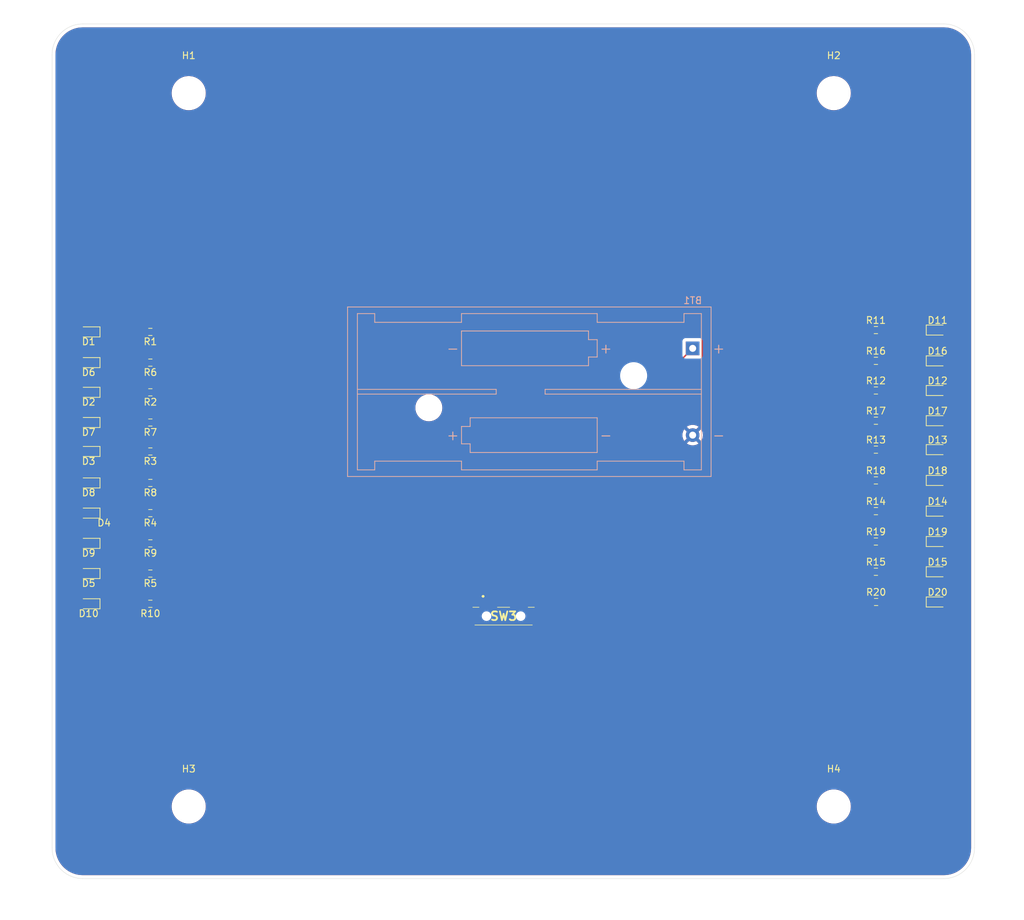
<source format=kicad_pcb>
(kicad_pcb (version 20240108) (generator "pcbnew") (generator_version "8.0")
  (layers (0 "F.Cu" signal) (31 "B.Cu" signal) (34 "B.Paste" user) (35 "F.Paste" user) (36 "B.SilkS" user "B.Silkscreen") (37 "F.SilkS" user "F.Silkscreen") (38 "B.Mask" user) (39 "F.Mask" user) (44 "Edge.Cuts" user))
  (net 0 "")
  (net 1 "GND")
  (net 2 "Net-(BT1-+)")
  (net 3 "Net-(D1-K)")
  (net 4 "/3V Red")
  (net 5 "Net-(D2-K)")
  (net 6 "Net-(D3-K)")
  (net 7 "Net-(D4-K)")
  (net 8 "Net-(D5-K)")
  (net 9 "/3V blue")
  (net 10 "Net-(D6-K)")
  (net 11 "Net-(D7-K)")
  (net 12 "Net-(D8-K)")
  (net 13 "Net-(D9-K)")
  (net 14 "Net-(D10-K)")
  (net 15 "Net-(D11-K)")
  (net 16 "Net-(D12-K)")
  (net 17 "Net-(D13-K)")
  (net 18 "Net-(D14-K)")
  (net 19 "Net-(D15-K)")
  (net 20 "Net-(D16-K)")
  (net 21 "Net-(D17-K)")
  (net 22 "Net-(D18-K)")
  (net 23 "Net-(D19-K)")
  (net 24 "Net-(D20-K)")
  (footprint "Resistor_SMD:R_0603_1608Metric_Pad0.98x0.95mm_HandSolder" (layer "F.Cu") (at 96.9325 97.345559 180)
    (property "Reference" "R8" (at 0 -1.43 0) (layer "F.SilkS"))
    (property "Value" "R_US")
    (fp_line (start -0.254724 0.5225) (end 0.254724 0.5225) (stroke (width 0.12)) (layer "F.SilkS"))
    (fp_line (start -0.254724 -0.5225) (end 0.254724 -0.5225) (stroke (width 0.12)) (layer "F.SilkS"))
    (pad "1" smd roundrect (at -0.9125 0 180) (size 0.975 0.95) (layers "F.Cu" "F.Paste" "F.Mask") (net 1 "GND"))
    (pad "2" smd roundrect (at 0.9125 0 180) (size 0.975 0.95) (layers "F.Cu" "F.Paste" "F.Mask") (net 12 "Net-(D8-K)"))
  )
  (footprint "robomaster_footprints:EG1315AA" (layer "F.Cu") (at 148.63 116.84)
    (property "Reference" "SW3" (at 0 0 0) (layer "F.SilkS") (effects (font (size 1.27 1.27) (thickness 0.254))))
    (property "Value" "SW_SP3T" (hide yes))
    (fp_line (start -4.5 -1.3) (end -3.6 -1.3) (stroke (width 0.1)) (layer "F.SilkS"))
    (fp_line (start -4.2 1.3) (end 4.2 1.3) (stroke (width 0.1)) (layer "F.SilkS"))
    (fp_line (start -3.1 -2.9) (end -3.1 -2.9) (stroke (width 0.2)) (layer "F.SilkS"))
    (fp_line (start -2.9 -2.9) (end -2.9 -2.9) (stroke (width 0.2)) (layer "F.SilkS"))
    (fp_line (start -0.9 -1.3) (end 0.9 -1.3) (stroke (width 0.1)) (layer "F.SilkS"))
    (fp_line (start 3.6 -1.3) (end 4.5 -1.3) (stroke (width 0.1)) (layer "F.SilkS"))
    (fp_arc (start -3.1 -2.9) (mid -3 -3) (end -2.9 -2.9) (stroke (width 0.2)) (layer "F.SilkS"))
    (fp_arc (start -2.9 -2.9) (mid -3 -2.8) (end -3.1 -2.9) (stroke (width 0.2)) (layer "F.SilkS"))
    (pad "" np_thru_hole circle (at -2.5 0) (size 0.9 0.9) (drill 0.9) (layers "*.Cu" "*.Mask"))
    (pad "" np_thru_hole circle (at 2.5 0) (size 0.9 0.9) (drill 0.9) (layers "*.Cu" "*.Mask"))
    (pad "1" smd rect (at -3 -1.75) (size 0.7 1.5) (layers "F.Cu" "F.Paste" "F.Mask") (net 9 "/3V blue"))
    (pad "2" smd rect (at -1.5 -1.75) (size 0.7 1.5) (layers "F.Cu" "F.Paste" "F.Mask"))
    (pad "3" smd rect (at 1.5 -1.75) (size 0.7 1.5) (layers "F.Cu" "F.Paste" "F.Mask") (net 2 "Net-(BT1-+)"))
    (pad "4" smd rect (at 3 -1.75) (size 0.7 1.5) (layers "F.Cu" "F.Paste" "F.Mask") (net 4 "/3V Red"))
    (pad "MP1" smd rect (at -5.15 -1.05 90) (size 0.8 1) (layers "F.Cu" "F.Paste" "F.Mask"))
    (pad "MP2" smd rect (at -5.15 0.79 90) (size 0.8 1) (layers "F.Cu" "F.Paste" "F.Mask"))
    (pad "MP3" smd rect (at 5.15 1.05 90) (size 0.8 1) (layers "F.Cu" "F.Paste" "F.Mask"))
    (pad "MP4" smd rect (at 5.15 -1.05 90) (size 0.8 1) (layers "F.Cu" "F.Paste" "F.Mask"))
  )
  (footprint "Resistor_SMD:R_0603_1608Metric_Pad0.98x0.95mm_HandSolder" (layer "F.Cu") (at 203.1175 96.976663)
    (property "Reference" "R18" (at 0 -1.43 0) (layer "F.SilkS"))
    (property "Value" "R_US")
    (fp_line (start -0.254724 -0.5225) (end 0.254724 -0.5225) (stroke (width 0.12)) (layer "F.SilkS"))
    (fp_line (start -0.254724 0.5225) (end 0.254724 0.5225) (stroke (width 0.12)) (layer "F.SilkS"))
    (pad "1" smd roundrect (at -0.9125 0) (size 0.975 0.95) (layers "F.Cu" "F.Paste" "F.Mask") (net 1 "GND"))
    (pad "2" smd roundrect (at 0.9125 0) (size 0.975 0.95) (layers "F.Cu" "F.Paste" "F.Mask") (net 22 "Net-(D18-K)"))
  )
  (footprint "LED_SMD:LED_0603_1608Metric_Pad1.05x0.95mm_HandSolder" (layer "F.Cu") (at 87.905 88.503337 180)
    (property "Reference" "D7" (at 0 -1.43 0) (layer "F.SilkS"))
    (property "Value" "LED")
    (fp_line (start 0.8 -0.735) (end -1.66 -0.735) (stroke (width 0.12)) (layer "F.SilkS"))
    (fp_line (start -1.66 0.735) (end 0.8 0.735) (stroke (width 0.12)) (layer "F.SilkS"))
    (fp_line (start -1.66 -0.735) (end -1.66 0.735) (stroke (width 0.12)) (layer "F.SilkS"))
    (pad "1" smd roundrect (at -0.875 0 180) (size 1.05 0.95) (layers "F.Cu" "F.Paste" "F.Mask") (net 11 "Net-(D7-K)"))
    (pad "2" smd roundrect (at 0.875 0 180) (size 1.05 0.95) (layers "F.Cu" "F.Paste" "F.Mask") (net 9 "/3V blue"))
  )
  (footprint "Resistor_SMD:R_0603_1608Metric_Pad0.98x0.95mm_HandSolder" (layer "F.Cu") (at 96.9325 92.74 180)
    (property "Reference" "R3" (at 0 -1.43 0) (layer "F.SilkS"))
    (property "Value" "R_US")
    (fp_line (start -0.254724 0.5225) (end 0.254724 0.5225) (stroke (width 0.12)) (layer "F.SilkS"))
    (fp_line (start -0.254724 -0.5225) (end 0.254724 -0.5225) (stroke (width 0.12)) (layer "F.SilkS"))
    (pad "1" smd roundrect (at -0.9125 0 180) (size 0.975 0.95) (layers "F.Cu" "F.Paste" "F.Mask") (net 1 "GND"))
    (pad "2" smd roundrect (at 0.9125 0 180) (size 0.975 0.95) (layers "F.Cu" "F.Paste" "F.Mask") (net 6 "Net-(D3-K)"))
  )
  (footprint "LED_SMD:LED_0603_1608Metric_Pad1.05x0.95mm_HandSolder" (layer "F.Cu") (at 212.145 79.476663)
    (property "Reference" "D16" (at 0 -1.43 0) (layer "F.SilkS"))
    (property "Value" "LED")
    (fp_line (start -1.66 -0.735) (end -1.66 0.735) (stroke (width 0.12)) (layer "F.SilkS"))
    (fp_line (start -1.66 0.735) (end 0.8 0.735) (stroke (width 0.12)) (layer "F.SilkS"))
    (fp_line (start 0.8 -0.735) (end -1.66 -0.735) (stroke (width 0.12)) (layer "F.SilkS"))
    (pad "1" smd roundrect (at -0.875 0) (size 1.05 0.95) (layers "F.Cu" "F.Paste" "F.Mask") (net 20 "Net-(D16-K)"))
    (pad "2" smd roundrect (at 0.875 0) (size 1.05 0.95) (layers "F.Cu" "F.Paste" "F.Mask") (net 9 "/3V blue"))
  )
  (footprint "Resistor_SMD:R_0603_1608Metric_Pad0.98x0.95mm_HandSolder" (layer "F.Cu") (at 203.1175 101.476663)
    (property "Reference" "R14" (at 0 -1.43 0) (layer "F.SilkS"))
    (property "Value" "R_US")
    (fp_line (start -0.254724 -0.5225) (end 0.254724 -0.5225) (stroke (width 0.12)) (layer "F.SilkS"))
    (fp_line (start -0.254724 0.5225) (end 0.254724 0.5225) (stroke (width 0.12)) (layer "F.SilkS"))
    (pad "1" smd roundrect (at -0.9125 0) (size 0.975 0.95) (layers "F.Cu" "F.Paste" "F.Mask") (net 1 "GND"))
    (pad "2" smd roundrect (at 0.9125 0) (size 0.975 0.95) (layers "F.Cu" "F.Paste" "F.Mask") (net 18 "Net-(D14-K)"))
  )
  (footprint "Resistor_SMD:R_0603_1608Metric_Pad0.98x0.95mm_HandSolder" (layer "F.Cu") (at 96.9325 88.503337 180)
    (property "Reference" "R7" (at 0 -1.43 0) (layer "F.SilkS"))
    (property "Value" "R_US")
    (fp_line (start -0.254724 0.5225) (end 0.254724 0.5225) (stroke (width 0.12)) (layer "F.SilkS"))
    (fp_line (start -0.254724 -0.5225) (end 0.254724 -0.5225) (stroke (width 0.12)) (layer "F.SilkS"))
    (pad "1" smd roundrect (at -0.9125 0 180) (size 0.975 0.95) (layers "F.Cu" "F.Paste" "F.Mask") (net 1 "GND"))
    (pad "2" smd roundrect (at 0.9125 0 180) (size 0.975 0.95) (layers "F.Cu" "F.Paste" "F.Mask") (net 11 "Net-(D7-K)"))
  )
  (footprint "Resistor_SMD:R_0603_1608Metric_Pad0.98x0.95mm_HandSolder" (layer "F.Cu") (at 96.9325 79.74 180)
    (property "Reference" "R6" (at 0 -1.43 0) (layer "F.SilkS"))
    (property "Value" "R_US")
    (fp_line (start -0.254724 0.5225) (end 0.254724 0.5225) (stroke (width 0.12)) (layer "F.SilkS"))
    (fp_line (start -0.254724 -0.5225) (end 0.254724 -0.5225) (stroke (width 0.12)) (layer "F.SilkS"))
    (pad "1" smd roundrect (at -0.9125 0 180) (size 0.975 0.95) (layers "F.Cu" "F.Paste" "F.Mask") (net 1 "GND"))
    (pad "2" smd roundrect (at 0.9125 0 180) (size 0.975 0.95) (layers "F.Cu" "F.Paste" "F.Mask") (net 10 "Net-(D6-K)"))
  )
  (footprint "LED_SMD:LED_0603_1608Metric_Pad1.05x0.95mm_HandSolder" (layer "F.Cu") (at 212.145 96.976663)
    (property "Reference" "D18" (at 0 -1.43 0) (layer "F.SilkS"))
    (property "Value" "LED")
    (fp_line (start -1.66 -0.735) (end -1.66 0.735) (stroke (width 0.12)) (layer "F.SilkS"))
    (fp_line (start -1.66 0.735) (end 0.8 0.735) (stroke (width 0.12)) (layer "F.SilkS"))
    (fp_line (start 0.8 -0.735) (end -1.66 -0.735) (stroke (width 0.12)) (layer "F.SilkS"))
    (pad "1" smd roundrect (at -0.875 0) (size 1.05 0.95) (layers "F.Cu" "F.Paste" "F.Mask") (net 22 "Net-(D18-K)"))
    (pad "2" smd roundrect (at 0.875 0) (size 1.05 0.95) (layers "F.Cu" "F.Paste" "F.Mask") (net 9 "/3V blue"))
  )
  (footprint "LED_SMD:LED_0603_1608Metric_Pad1.05x0.95mm_HandSolder" (layer "F.Cu") (at 87.905 115.030004 180)
    (property "Reference" "D10" (at 0 -1.43 0) (layer "F.SilkS"))
    (property "Value" "LED")
    (fp_line (start 0.8 -0.735) (end -1.66 -0.735) (stroke (width 0.12)) (layer "F.SilkS"))
    (fp_line (start -1.66 0.735) (end 0.8 0.735) (stroke (width 0.12)) (layer "F.SilkS"))
    (fp_line (start -1.66 -0.735) (end -1.66 0.735) (stroke (width 0.12)) (layer "F.SilkS"))
    (pad "1" smd roundrect (at -0.875 0 180) (size 1.05 0.95) (layers "F.Cu" "F.Paste" "F.Mask") (net 14 "Net-(D10-K)"))
    (pad "2" smd roundrect (at 0.875 0 180) (size 1.05 0.95) (layers "F.Cu" "F.Paste" "F.Mask") (net 9 "/3V blue"))
  )
  (footprint "LED_SMD:LED_0603_1608Metric_Pad1.05x0.95mm_HandSolder" (layer "F.Cu") (at 87.905 101.76667 180)
    (property "Reference" "D4" (at -2.265 -1.43 0) (layer "F.SilkS"))
    (property "Value" "LED")
    (fp_line (start 0.8 -0.735) (end -1.66 -0.735) (stroke (width 0.12)) (layer "F.SilkS"))
    (fp_line (start -1.66 0.735) (end 0.8 0.735) (stroke (width 0.12)) (layer "F.SilkS"))
    (fp_line (start -1.66 -0.735) (end -1.66 0.735) (stroke (width 0.12)) (layer "F.SilkS"))
    (pad "1" smd roundrect (at -0.875 0 180) (size 1.05 0.95) (layers "F.Cu" "F.Paste" "F.Mask") (net 7 "Net-(D4-K)"))
    (pad "2" smd roundrect (at 0.875 0 180) (size 1.05 0.95) (layers "F.Cu" "F.Paste" "F.Mask") (net 4 "/3V Red"))
  )
  (footprint "LED_SMD:LED_0603_1608Metric_Pad1.05x0.95mm_HandSolder" (layer "F.Cu") (at 87.905 106.187781 180)
    (property "Reference" "D9" (at 0 -1.43 0) (layer "F.SilkS"))
    (property "Value" "LED")
    (fp_line (start 0.8 -0.735) (end -1.66 -0.735) (stroke (width 0.12)) (layer "F.SilkS"))
    (fp_line (start -1.66 0.735) (end 0.8 0.735) (stroke (width 0.12)) (layer "F.SilkS"))
    (fp_line (start -1.66 -0.735) (end -1.66 0.735) (stroke (width 0.12)) (layer "F.SilkS"))
    (pad "1" smd roundrect (at -0.875 0 180) (size 1.05 0.95) (layers "F.Cu" "F.Paste" "F.Mask") (net 13 "Net-(D9-K)"))
    (pad "2" smd roundrect (at 0.875 0 180) (size 1.05 0.95) (layers "F.Cu" "F.Paste" "F.Mask") (net 9 "/3V blue"))
  )
  (footprint "LED_SMD:LED_0603_1608Metric_Pad1.05x0.95mm_HandSolder" (layer "F.Cu") (at 212.145 114.766667)
    (property "Reference" "D20" (at 0 -1.43 0) (layer "F.SilkS"))
    (property "Value" "LED")
    (fp_line (start -1.66 -0.735) (end -1.66 0.735) (stroke (width 0.12)) (layer "F.SilkS"))
    (fp_line (start -1.66 0.735) (end 0.8 0.735) (stroke (width 0.12)) (layer "F.SilkS"))
    (fp_line (start 0.8 -0.735) (end -1.66 -0.735) (stroke (width 0.12)) (layer "F.SilkS"))
    (pad "1" smd roundrect (at -0.875 0) (size 1.05 0.95) (layers "F.Cu" "F.Paste" "F.Mask") (net 24 "Net-(D20-K)"))
    (pad "2" smd roundrect (at 0.875 0) (size 1.05 0.95) (layers "F.Cu" "F.Paste" "F.Mask") (net 9 "/3V blue"))
  )
  (footprint "Resistor_SMD:R_0603_1608Metric_Pad0.98x0.95mm_HandSolder" (layer "F.Cu") (at 96.9325 75.240004 180)
    (property "Reference" "R1" (at 0 -1.43 0) (layer "F.SilkS"))
    (property "Value" "R_US")
    (fp_line (start -0.254724 0.5225) (end 0.254724 0.5225) (stroke (width 0.12)) (layer "F.SilkS"))
    (fp_line (start -0.254724 -0.5225) (end 0.254724 -0.5225) (stroke (width 0.12)) (layer "F.SilkS"))
    (pad "1" smd roundrect (at -0.9125 0 180) (size 0.975 0.95) (layers "F.Cu" "F.Paste" "F.Mask") (net 1 "GND"))
    (pad "2" smd roundrect (at 0.9125 0 180) (size 0.975 0.95) (layers "F.Cu" "F.Paste" "F.Mask") (net 3 "Net-(D1-K)"))
  )
  (footprint "Resistor_SMD:R_0603_1608Metric_Pad0.98x0.95mm_HandSolder" (layer "F.Cu") (at 96.9325 106.187781 180)
    (property "Reference" "R9" (at 0 -1.43 0) (layer "F.SilkS"))
    (property "Value" "R_US")
    (fp_line (start -0.254724 0.5225) (end 0.254724 0.5225) (stroke (width 0.12)) (layer "F.SilkS"))
    (fp_line (start -0.254724 -0.5225) (end 0.254724 -0.5225) (stroke (width 0.12)) (layer "F.SilkS"))
    (pad "1" smd roundrect (at -0.9125 0 180) (size 0.975 0.95) (layers "F.Cu" "F.Paste" "F.Mask") (net 1 "GND"))
    (pad "2" smd roundrect (at 0.9125 0 180) (size 0.975 0.95) (layers "F.Cu" "F.Paste" "F.Mask") (net 13 "Net-(D9-K)"))
  )
  (footprint "Resistor_SMD:R_0603_1608Metric_Pad0.98x0.95mm_HandSolder" (layer "F.Cu") (at 96.9325 101.76667 180)
    (property "Reference" "R4" (at 0 -1.43 0) (layer "F.SilkS"))
    (property "Value" "R_US")
    (fp_line (start -0.254724 0.5225) (end 0.254724 0.5225) (stroke (width 0.12)) (layer "F.SilkS"))
    (fp_line (start -0.254724 -0.5225) (end 0.254724 -0.5225) (stroke (width 0.12)) (layer "F.SilkS"))
    (pad "1" smd roundrect (at -0.9125 0 180) (size 0.975 0.95) (layers "F.Cu" "F.Paste" "F.Mask") (net 1 "GND"))
    (pad "2" smd roundrect (at 0.9125 0 180) (size 0.975 0.95) (layers "F.Cu" "F.Paste" "F.Mask") (net 7 "Net-(D4-K)"))
  )
  (footprint "LED_SMD:LED_0603_1608Metric_Pad1.05x0.95mm_HandSolder" (layer "F.Cu") (at 212.145 83.818889)
    (property "Reference" "D12" (at 0 -1.43 0) (layer "F.SilkS"))
    (property "Value" "LED")
    (fp_line (start -1.66 -0.735) (end -1.66 0.735) (stroke (width 0.12)) (layer "F.SilkS"))
    (fp_line (start -1.66 0.735) (end 0.8 0.735) (stroke (width 0.12)) (layer "F.SilkS"))
    (fp_line (start 0.8 -0.735) (end -1.66 -0.735) (stroke (width 0.12)) (layer "F.SilkS"))
    (pad "1" smd roundrect (at -0.875 0) (size 1.05 0.95) (layers "F.Cu" "F.Paste" "F.Mask") (net 16 "Net-(D12-K)"))
    (pad "2" smd roundrect (at 0.875 0) (size 1.05 0.95) (layers "F.Cu" "F.Paste" "F.Mask") (net 4 "/3V Red"))
  )
  (footprint "Resistor_SMD:R_0603_1608Metric_Pad0.98x0.95mm_HandSolder" (layer "F.Cu") (at 203.1175 88.24)
    (property "Reference" "R17" (at 0 -1.43 0) (layer "F.SilkS"))
    (property "Value" "R_US")
    (fp_line (start -0.254724 -0.5225) (end 0.254724 -0.5225) (stroke (width 0.12)) (layer "F.SilkS"))
    (fp_line (start -0.254724 0.5225) (end 0.254724 0.5225) (stroke (width 0.12)) (layer "F.SilkS"))
    (pad "1" smd roundrect (at -0.9125 0) (size 0.975 0.95) (layers "F.Cu" "F.Paste" "F.Mask") (net 1 "GND"))
    (pad "2" smd roundrect (at 0.9125 0) (size 0.975 0.95) (layers "F.Cu" "F.Paste" "F.Mask") (net 21 "Net-(D17-K)"))
  )
  (footprint "LED_SMD:LED_0603_1608Metric_Pad1.05x0.95mm_HandSolder" (layer "F.Cu") (at 212.145 101.476663)
    (property "Reference" "D14" (at 0 -1.43 0) (layer "F.SilkS"))
    (property "Value" "LED")
    (fp_line (start -1.66 -0.735) (end -1.66 0.735) (stroke (width 0.12)) (layer "F.SilkS"))
    (fp_line (start -1.66 0.735) (end 0.8 0.735) (stroke (width 0.12)) (layer "F.SilkS"))
    (fp_line (start 0.8 -0.735) (end -1.66 -0.735) (stroke (width 0.12)) (layer "F.SilkS"))
    (pad "1" smd roundrect (at -0.875 0) (size 1.05 0.95) (layers "F.Cu" "F.Paste" "F.Mask") (net 18 "Net-(D14-K)"))
    (pad "2" smd roundrect (at 0.875 0) (size 1.05 0.95) (layers "F.Cu" "F.Paste" "F.Mask") (net 4 "/3V Red"))
  )
  (footprint "LED_SMD:LED_0603_1608Metric_Pad1.05x0.95mm_HandSolder" (layer "F.Cu") (at 212.145 92.476663)
    (property "Reference" "D13" (at 0 -1.43 0) (layer "F.SilkS"))
    (property "Value" "LED")
    (fp_line (start -1.66 -0.735) (end -1.66 0.735) (stroke (width 0.12)) (layer "F.SilkS"))
    (fp_line (start -1.66 0.735) (end 0.8 0.735) (stroke (width 0.12)) (layer "F.SilkS"))
    (fp_line (start 0.8 -0.735) (end -1.66 -0.735) (stroke (width 0.12)) (layer "F.SilkS"))
    (pad "1" smd roundrect (at -0.875 0) (size 1.05 0.95) (layers "F.Cu" "F.Paste" "F.Mask") (net 17 "Net-(D13-K)"))
    (pad "2" smd roundrect (at 0.875 0) (size 1.05 0.95) (layers "F.Cu" "F.Paste" "F.Mask") (net 4 "/3V Red"))
  )
  (footprint "MountingHole:MountingHole_4.5mm" (layer "F.Cu") (at 102.55 144.7)
    (property "Reference" "H3" (at 0 -5.5 0) (layer "F.SilkS"))
    (property "Value" "MountingHole")
    (pad "" np_thru_hole circle (at 0 0) (size 4.5 4.5) (drill 4.5) (layers "*.Cu" "*.Mask"))
  )
  (footprint "Resistor_SMD:R_0603_1608Metric_Pad0.98x0.95mm_HandSolder" (layer "F.Cu") (at 203.145 114.766667)
    (property "Reference" "R20" (at 0 -1.43 0) (layer "F.SilkS"))
    (property "Value" "R_US")
    (fp_line (start -0.254724 -0.5225) (end 0.254724 -0.5225) (stroke (width 0.12)) (layer "F.SilkS"))
    (fp_line (start -0.254724 0.5225) (end 0.254724 0.5225) (stroke (width 0.12)) (layer "F.SilkS"))
    (pad "1" smd roundrect (at -0.9125 0) (size 0.975 0.95) (layers "F.Cu" "F.Paste" "F.Mask") (net 1 "GND"))
    (pad "2" smd roundrect (at 0.9125 0) (size 0.975 0.95) (layers "F.Cu" "F.Paste" "F.Mask") (net 24 "Net-(D20-K)"))
  )
  (footprint "LED_SMD:LED_0603_1608Metric_Pad1.05x0.95mm_HandSolder" (layer "F.Cu") (at 87.905 84.082226 180)
    (property "Reference" "D2" (at 0 -1.43 0) (layer "F.SilkS"))
    (property "Value" "LED")
    (fp_line (start 0.8 -0.735) (end -1.66 -0.735) (stroke (width 0.12)) (layer "F.SilkS"))
    (fp_line (start -1.66 0.735) (end 0.8 0.735) (stroke (width 0.12)) (layer "F.SilkS"))
    (fp_line (start -1.66 -0.735) (end -1.66 0.735) (stroke (width 0.12)) (layer "F.SilkS"))
    (pad "1" smd roundrect (at -0.875 0 180) (size 1.05 0.95) (layers "F.Cu" "F.Paste" "F.Mask") (net 5 "Net-(D2-K)"))
    (pad "2" smd roundrect (at 0.875 0 180) (size 1.05 0.95) (layers "F.Cu" "F.Paste" "F.Mask") (net 4 "/3V Red"))
  )
  (footprint "Resistor_SMD:R_0603_1608Metric_Pad0.98x0.95mm_HandSolder" (layer "F.Cu") (at 203.1175 79.476663)
    (property "Reference" "R16" (at 0 -1.43 0) (layer "F.SilkS"))
    (property "Value" "R_US")
    (fp_line (start -0.254724 -0.5225) (end 0.254724 -0.5225) (stroke (width 0.12)) (layer "F.SilkS"))
    (fp_line (start -0.254724 0.5225) (end 0.254724 0.5225) (stroke (width 0.12)) (layer "F.SilkS"))
    (pad "1" smd roundrect (at -0.9125 0) (size 0.975 0.95) (layers "F.Cu" "F.Paste" "F.Mask") (net 1 "GND"))
    (pad "2" smd roundrect (at 0.9125 0) (size 0.975 0.95) (layers "F.Cu" "F.Paste" "F.Mask") (net 20 "Net-(D16-K)"))
  )
  (footprint "LED_SMD:LED_0603_1608Metric_Pad1.05x0.95mm_HandSolder" (layer "F.Cu") (at 87.905 75.240004 180)
    (property "Reference" "D1" (at 0 -1.43 0) (layer "F.SilkS"))
    (property "Value" "LED")
    (fp_line (start 0.8 -0.735) (end -1.66 -0.735) (stroke (width 0.12)) (layer "F.SilkS"))
    (fp_line (start -1.66 0.735) (end 0.8 0.735) (stroke (width 0.12)) (layer "F.SilkS"))
    (fp_line (start -1.66 -0.735) (end -1.66 0.735) (stroke (width 0.12)) (layer "F.SilkS"))
    (pad "1" smd roundrect (at -0.875 0 180) (size 1.05 0.95) (layers "F.Cu" "F.Paste" "F.Mask") (net 3 "Net-(D1-K)"))
    (pad "2" smd roundrect (at 0.875 0 180) (size 1.05 0.95) (layers "F.Cu" "F.Paste" "F.Mask") (net 4 "/3V Red"))
  )
  (footprint "LED_SMD:LED_0603_1608Metric_Pad1.05x0.95mm_HandSolder" (layer "F.Cu") (at 212.145 88.24)
    (property "Reference" "D17" (at 0 -1.43 0) (layer "F.SilkS"))
    (property "Value" "LED")
    (fp_line (start -1.66 -0.735) (end -1.66 0.735) (stroke (width 0.12)) (layer "F.SilkS"))
    (fp_line (start -1.66 0.735) (end 0.8 0.735) (stroke (width 0.12)) (layer "F.SilkS"))
    (fp_line (start 0.8 -0.735) (end -1.66 -0.735) (stroke (width 0.12)) (layer "F.SilkS"))
    (pad "1" smd roundrect (at -0.875 0) (size 1.05 0.95) (layers "F.Cu" "F.Paste" "F.Mask") (net 21 "Net-(D17-K)"))
    (pad "2" smd roundrect (at 0.875 0) (size 1.05 0.95) (layers "F.Cu" "F.Paste" "F.Mask") (net 9 "/3V blue"))
  )
  (footprint "MountingHole:MountingHole_4.5mm" (layer "F.Cu") (at 102.55 40.3)
    (property "Reference" "H1" (at 0 -5.5 0) (layer "F.SilkS"))
    (property "Value" "MountingHole")
    (pad "" np_thru_hole circle (at 0 0) (size 4.5 4.5) (drill 4.5) (layers "*.Cu" "*.Mask"))
  )
  (footprint "LED_SMD:LED_0603_1608Metric_Pad1.05x0.95mm_HandSolder" (layer "F.Cu") (at 212.145 110.345555)
    (property "Reference" "D15" (at 0 -1.43 0) (layer "F.SilkS"))
    (property "Value" "LED")
    (fp_line (start -1.66 -0.735) (end -1.66 0.735) (stroke (width 0.12)) (layer "F.SilkS"))
    (fp_line (start -1.66 0.735) (end 0.8 0.735) (stroke (width 0.12)) (layer "F.SilkS"))
    (fp_line (start 0.8 -0.735) (end -1.66 -0.735) (stroke (width 0.12)) (layer "F.SilkS"))
    (pad "1" smd roundrect (at -0.875 0) (size 1.05 0.95) (layers "F.Cu" "F.Paste" "F.Mask") (net 19 "Net-(D15-K)"))
    (pad "2" smd roundrect (at 0.875 0) (size 1.05 0.95) (layers "F.Cu" "F.Paste" "F.Mask") (net 4 "/3V Red"))
  )
  (footprint "Resistor_SMD:R_0603_1608Metric_Pad0.98x0.95mm_HandSolder" (layer "F.Cu") (at 203.1175 83.818889)
    (property "Reference" "R12" (at 0 -1.43 0) (layer "F.SilkS"))
    (property "Value" "R_US")
    (fp_line (start -0.254724 -0.5225) (end 0.254724 -0.5225) (stroke (width 0.12)) (layer "F.SilkS"))
    (fp_line (start -0.254724 0.5225) (end 0.254724 0.5225) (stroke (width 0.12)) (layer "F.SilkS"))
    (pad "1" smd roundrect (at -0.9125 0) (size 0.975 0.95) (layers "F.Cu" "F.Paste" "F.Mask") (net 1 "GND"))
    (pad "2" smd roundrect (at 0.9125 0) (size 0.975 0.95) (layers "F.Cu" "F.Paste" "F.Mask") (net 16 "Net-(D12-K)"))
  )
  (footprint "LED_SMD:LED_0603_1608Metric_Pad1.05x0.95mm_HandSolder" (layer "F.Cu") (at 212.145 105.924444)
    (property "Reference" "D19" (at 0 -1.43 0) (layer "F.SilkS"))
    (property "Value" "LED")
    (fp_line (start -1.66 -0.735) (end -1.66 0.735) (stroke (width 0.12)) (layer "F.SilkS"))
    (fp_line (start -1.66 0.735) (end 0.8 0.735) (stroke (width 0.12)) (layer "F.SilkS"))
    (fp_line (start 0.8 -0.735) (end -1.66 -0.735) (stroke (width 0.12)) (layer "F.SilkS"))
    (pad "1" smd roundrect (at -0.875 0) (size 1.05 0.95) (layers "F.Cu" "F.Paste" "F.Mask") (net 23 "Net-(D19-K)"))
    (pad "2" smd roundrect (at 0.875 0) (size 1.05 0.95) (layers "F.Cu" "F.Paste" "F.Mask") (net 9 "/3V blue"))
  )
  (footprint "LED_SMD:LED_0603_1608Metric_Pad1.05x0.95mm_HandSolder" (layer "F.Cu") (at 212.145 74.976663)
    (property "Reference" "D11" (at 0 -1.43 0) (layer "F.SilkS"))
    (property "Value" "LED")
    (fp_line (start -1.66 -0.735) (end -1.66 0.735) (stroke (width 0.12)) (layer "F.SilkS"))
    (fp_line (start -1.66 0.735) (end 0.8 0.735) (stroke (width 0.12)) (layer "F.SilkS"))
    (fp_line (start 0.8 -0.735) (end -1.66 -0.735) (stroke (width 0.12)) (layer "F.SilkS"))
    (pad "1" smd roundrect (at -0.875 0) (size 1.05 0.95) (layers "F.Cu" "F.Paste" "F.Mask") (net 15 "Net-(D11-K)"))
    (pad "2" smd roundrect (at 0.875 0) (size 1.05 0.95) (layers "F.Cu" "F.Paste" "F.Mask") (net 4 "/3V Red"))
  )
  (footprint "LED_SMD:LED_0603_1608Metric_Pad1.05x0.95mm_HandSolder" (layer "F.Cu") (at 87.905 79.74 180)
    (property "Reference" "D6" (at 0 -1.43 0) (layer "F.SilkS"))
    (property "Value" "LED")
    (fp_line (start 0.8 -0.735) (end -1.66 -0.735) (stroke (width 0.12)) (layer "F.SilkS"))
    (fp_line (start -1.66 0.735) (end 0.8 0.735) (stroke (width 0.12)) (layer "F.SilkS"))
    (fp_line (start -1.66 -0.735) (end -1.66 0.735) (stroke (width 0.12)) (layer "F.SilkS"))
    (pad "1" smd roundrect (at -0.875 0 180) (size 1.05 0.95) (layers "F.Cu" "F.Paste" "F.Mask") (net 10 "Net-(D6-K)"))
    (pad "2" smd roundrect (at 0.875 0 180) (size 1.05 0.95) (layers "F.Cu" "F.Paste" "F.Mask") (net 9 "/3V blue"))
  )
  (footprint "MountingHole:MountingHole_4.5mm" (layer "F.Cu") (at 196.95 40.3)
    (property "Reference" "H2" (at 0 -5.5 0) (layer "F.SilkS"))
    (property "Value" "MountingHole")
    (pad "" np_thru_hole circle (at 0 0) (size 4.5 4.5) (drill 4.5) (layers "*.Cu" "*.Mask"))
  )
  (footprint "Resistor_SMD:R_0603_1608Metric_Pad0.98x0.95mm_HandSolder" (layer "F.Cu") (at 203.1175 105.924444)
    (property "Reference" "R19" (at 0 -1.43 0) (layer "F.SilkS"))
    (property "Value" "R_US")
    (fp_line (start -0.254724 -0.5225) (end 0.254724 -0.5225) (stroke (width 0.12)) (layer "F.SilkS"))
    (fp_line (start -0.254724 0.5225) (end 0.254724 0.5225) (stroke (width 0.12)) (layer "F.SilkS"))
    (pad "1" smd roundrect (at -0.9125 0) (size 0.975 0.95) (layers "F.Cu" "F.Paste" "F.Mask") (net 1 "GND"))
    (pad "2" smd roundrect (at 0.9125 0) (size 0.975 0.95) (layers "F.Cu" "F.Paste" "F.Mask") (net 23 "Net-(D19-K)"))
  )
  (footprint "Resistor_SMD:R_0603_1608Metric_Pad0.98x0.95mm_HandSolder" (layer "F.Cu") (at 96.9325 115.030004 180)
    (property "Reference" "R10" (at 0 -1.43 0) (layer "F.SilkS"))
    (property "Value" "R_US")
    (fp_line (start -0.254724 0.5225) (end 0.254724 0.5225) (stroke (width 0.12)) (layer "F.SilkS"))
    (fp_line (start -0.254724 -0.5225) (end 0.254724 -0.5225) (stroke (width 0.12)) (layer "F.SilkS"))
    (pad "1" smd roundrect (at -0.9125 0 180) (size 0.975 0.95) (layers "F.Cu" "F.Paste" "F.Mask") (net 1 "GND"))
    (pad "2" smd roundrect (at 0.9125 0 180) (size 0.975 0.95) (layers "F.Cu" "F.Paste" "F.Mask") (net 14 "Net-(D10-K)"))
  )
  (footprint "Resistor_SMD:R_0603_1608Metric_Pad0.98x0.95mm_HandSolder" (layer "F.Cu") (at 203.1175 74.976663)
    (property "Reference" "R11" (at 0 -1.43 0) (layer "F.SilkS"))
    (property "Value" "R_US")
    (fp_line (start -0.254724 -0.5225) (end 0.254724 -0.5225) (stroke (width 0.12)) (layer "F.SilkS"))
    (fp_line (start -0.254724 0.5225) (end 0.254724 0.5225) (stroke (width 0.12)) (layer "F.SilkS"))
    (pad "1" smd roundrect (at -0.9125 0) (size 0.975 0.95) (layers "F.Cu" "F.Paste" "F.Mask") (net 1 "GND"))
    (pad "2" smd roundrect (at 0.9125 0) (size 0.975 0.95) (layers "F.Cu" "F.Paste" "F.Mask") (net 15 "Net-(D11-K)"))
  )
  (footprint "Resistor_SMD:R_0603_1608Metric_Pad0.98x0.95mm_HandSolder" (layer "F.Cu") (at 203.1175 92.476663)
    (property "Reference" "R13" (at 0 -1.43 0) (layer "F.SilkS"))
    (property "Value" "R_US")
    (fp_line (start -0.254724 -0.5225) (end 0.254724 -0.5225) (stroke (width 0.12)) (layer "F.SilkS"))
    (fp_line (start -0.254724 0.5225) (end 0.254724 0.5225) (stroke (width 0.12)) (layer "F.SilkS"))
    (pad "1" smd roundrect (at -0.9125 0) (size 0.975 0.95) (layers "F.Cu" "F.Paste" "F.Mask") (net 1 "GND"))
    (pad "2" smd roundrect (at 0.9125 0) (size 0.975 0.95) (layers "F.Cu" "F.Paste" "F.Mask") (net 17 "Net-(D13-K)"))
  )
  (footprint "LED_SMD:LED_0603_1608Metric_Pad1.05x0.95mm_HandSolder" (layer "F.Cu") (at 87.905 92.74 180)
    (property "Reference" "D3" (at 0 -1.43 0) (layer "F.SilkS"))
    (property "Value" "LED")
    (fp_line (start 0.8 -0.735) (end -1.66 -0.735) (stroke (width 0.12)) (layer "F.SilkS"))
    (fp_line (start -1.66 0.735) (end 0.8 0.735) (stroke (width 0.12)) (layer "F.SilkS"))
    (fp_line (start -1.66 -0.735) (end -1.66 0.735) (stroke (width 0.12)) (layer "F.SilkS"))
    (pad "1" smd roundrect (at -0.875 0 180) (size 1.05 0.95) (layers "F.Cu" "F.Paste" "F.Mask") (net 6 "Net-(D3-K)"))
    (pad "2" smd roundrect (at 0.875 0 180) (size 1.05 0.95) (layers "F.Cu" "F.Paste" "F.Mask") (net 4 "/3V Red"))
  )
  (footprint "LED_SMD:LED_0603_1608Metric_Pad1.05x0.95mm_HandSolder" (layer "F.Cu") (at 87.905 97.345559 180)
    (property "Reference" "D8" (at 0 -1.43 0) (layer "F.SilkS"))
    (property "Value" "LED")
    (fp_line (start 0.8 -0.735) (end -1.66 -0.735) (stroke (width 0.12)) (layer "F.SilkS"))
    (fp_line (start -1.66 0.735) (end 0.8 0.735) (stroke (width 0.12)) (layer "F.SilkS"))
    (fp_line (start -1.66 -0.735) (end -1.66 0.735) (stroke (width 0.12)) (layer "F.SilkS"))
    (pad "1" smd roundrect (at -0.875 0 180) (size 1.05 0.95) (layers "F.Cu" "F.Paste" "F.Mask") (net 12 "Net-(D8-K)"))
    (pad "2" smd roundrect (at 0.875 0 180) (size 1.05 0.95) (layers "F.Cu" "F.Paste" "F.Mask") (net 9 "/3V blue"))
  )
  (footprint "Resistor_SMD:R_0603_1608Metric_Pad0.98x0.95mm_HandSolder" (layer "F.Cu") (at 96.9325 84.082226 180)
    (property "Reference" "R2" (at 0 -1.43 0) (layer "F.SilkS"))
    (property "Value" "R_US")
    (fp_line (start -0.254724 0.5225) (end 0.254724 0.5225) (stroke (width 0.12)) (layer "F.SilkS"))
    (fp_line (start -0.254724 -0.5225) (end 0.254724 -0.5225) (stroke (width 0.12)) (layer "F.SilkS"))
    (pad "1" smd roundrect (at -0.9125 0 180) (size 0.975 0.95) (layers "F.Cu" "F.Paste" "F.Mask") (net 1 "GND"))
    (pad "2" smd roundrect (at 0.9125 0 180) (size 0.975 0.95) (layers "F.Cu" "F.Paste" "F.Mask") (net 5 "Net-(D2-K)"))
  )
  (footprint "LED_SMD:LED_0603_1608Metric_Pad1.05x0.95mm_HandSolder" (layer "F.Cu") (at 87.905 110.608892 180)
    (property "Reference" "D5" (at 0 -1.43 0) (layer "F.SilkS"))
    (property "Value" "LED")
    (fp_line (start 0.8 -0.735) (end -1.66 -0.735) (stroke (width 0.12)) (layer "F.SilkS"))
    (fp_line (start -1.66 0.735) (end 0.8 0.735) (stroke (width 0.12)) (layer "F.SilkS"))
    (fp_line (start -1.66 -0.735) (end -1.66 0.735) (stroke (width 0.12)) (layer "F.SilkS"))
    (pad "1" smd roundrect (at -0.875 0 180) (size 1.05 0.95) (layers "F.Cu" "F.Paste" "F.Mask") (net 8 "Net-(D5-K)"))
    (pad "2" smd roundrect (at 0.875 0 180) (size 1.05 0.95) (layers "F.Cu" "F.Paste" "F.Mask") (net 4 "/3V Red"))
  )
  (footprint "MountingHole:MountingHole_4.5mm" (layer "F.Cu") (at 196.95 144.7)
    (property "Reference" "H4" (at 0 -5.5 0) (layer "F.SilkS"))
    (property "Value" "MountingHole")
    (pad "" np_thru_hole circle (at 0 0) (size 4.5 4.5) (drill 4.5) (layers "*.Cu" "*.Mask"))
  )
  (footprint "Resistor_SMD:R_0603_1608Metric_Pad0.98x0.95mm_HandSolder" (layer "F.Cu") (at 96.9325 110.608892 180)
    (property "Reference" "R5" (at 0 -1.43 0) (layer "F.SilkS"))
    (property "Value" "R_US")
    (fp_line (start -0.254724 0.5225) (end 0.254724 0.5225) (stroke (width 0.12)) (layer "F.SilkS"))
    (fp_line (start -0.254724 -0.5225) (end 0.254724 -0.5225) (stroke (width 0.12)) (layer "F.SilkS"))
    (pad "1" smd roundrect (at -0.9125 0 180) (size 0.975 0.95) (layers "F.Cu" "F.Paste" "F.Mask") (net 1 "GND"))
    (pad "2" smd roundrect (at 0.9125 0 180) (size 0.975 0.95) (layers "F.Cu" "F.Paste" "F.Mask") (net 8 "Net-(D5-K)"))
  )
  (footprint "Resistor_SMD:R_0603_1608Metric_Pad0.98x0.95mm_HandSolder" (layer "F.Cu") (at 203.1175 110.345555)
    (property "Reference" "R15" (at 0 -1.43 0) (layer "F.SilkS"))
    (property "Value" "R_US")
    (fp_line (start -0.254724 -0.5225) (end 0.254724 -0.5225) (stroke (width 0.12)) (layer "F.SilkS"))
    (fp_line (start -0.254724 0.5225) (end 0.254724 0.5225) (stroke (width 0.12)) (layer "F.SilkS"))
    (pad "1" smd roundrect (at -0.9125 0) (size 0.975 0.95) (layers "F.Cu" "F.Paste" "F.Mask") (net 1 "GND"))
    (pad "2" smd roundrect (at 0.9125 0) (size 0.975 0.95) (layers "F.Cu" "F.Paste" "F.Mask") (net 19 "Net-(D15-K)"))
  )
  (footprint "Battery:BatteryHolder_Keystone_2468_2xAAA" (layer "B.Cu") (at 176.3 77.65 180)
    (property "Reference" "BT1" (at 0 7 0) (layer "B.SilkS") (effects (justify mirror)))
    (property "Value" "Battery_Cell")
    (fp_line (start 50.5 6.05) (end 50.5 -18.75) (stroke (width 0.12)) (layer "B.SilkS"))
    (fp_line (start 50.5 -18.755) (end -2.7 -18.755) (stroke (width 0.12)) (layer "B.SilkS"))
    (fp_line (start 49.07 -6.7) (end 28.75 -6.7) (stroke (width 0.12)) (layer "B.SilkS"))
    (fp_line (start 49.07 -17.78) (end 49.07 5.08) (stroke (width 0.12)) (layer "B.SilkS"))
    (fp_line (start 46.53 5.08) (end 49.07 5.08) (stroke (width 0.12)) (layer "B.SilkS"))
    (fp_line (start 46.53 3.81) (end 46.53 5.08) (stroke (width 0.12)) (layer "B.SilkS"))
    (fp_line (start 46.53 -16.51) (end 46.53 -17.78) (stroke (width 0.12)) (layer "B.SilkS"))
    (fp_line (start 46.53 -17.78) (end 49.07 -17.78) (stroke (width 0.12)) (layer "B.SilkS"))
    (fp_line (start 33.83 5.08) (end 33.83 3.81) (stroke (width 0.12)) (layer "B.SilkS"))
    (fp_line (start 33.83 3.81) (end 46.53 3.81) (stroke (width 0.12)) (layer "B.SilkS"))
    (fp_line (start 33.83 2.54) (end 15.24 2.54) (stroke (width 0.12)) (layer "B.SilkS"))
    (fp_line (start 33.83 -2.54) (end 33.83 2.54) (stroke (width 0.12)) (layer "B.SilkS"))
    (fp_line (start 33.83 -11.43) (end 32.56 -11.43) (stroke (width 0.12)) (layer "B.SilkS"))
    (fp_line (start 33.83 -13.97) (end 33.83 -11.43) (stroke (width 0.12)) (layer "B.SilkS"))
    (fp_line (start 33.83 -16.51) (end 46.53 -16.51) (stroke (width 0.12)) (layer "B.SilkS"))
    (fp_line (start 33.83 -16.51) (end 33.83 -17.78) (stroke (width 0.12)) (layer "B.SilkS"))
    (fp_line (start 33.83 -17.78) (end 13.97 -17.78) (stroke (width 0.12)) (layer "B.SilkS"))
    (fp_line (start 32.56 -10.16) (end 13.97 -10.16) (stroke (width 0.12)) (layer "B.SilkS"))
    (fp_line (start 32.56 -11.43) (end 32.56 -10.16) (stroke (width 0.12)) (layer "B.SilkS"))
    (fp_line (start 32.56 -13.97) (end 33.83 -13.97) (stroke (width 0.12)) (layer "B.SilkS"))
    (fp_line (start 32.56 -15.24) (end 32.56 -13.97) (stroke (width 0.12)) (layer "B.SilkS"))
    (fp_line (start 28.75 -6) (end 49.07 -6) (stroke (width 0.12)) (layer "B.SilkS"))
    (fp_line (start 28.75 -6.7) (end 28.75 -6) (stroke (width 0.12)) (layer "B.SilkS"))
    (fp_line (start 21.59 -6) (end -1.27 -6) (stroke (width 0.12)) (layer "B.SilkS"))
    (fp_line (start 21.59 -6.7) (end 21.59 -6) (stroke (width 0.12)) (layer "B.SilkS"))
    (fp_line (start 15.24 2.54) (end 15.24 1.27) (stroke (width 0.12)) (layer "B.SilkS"))
    (fp_line (start 15.24 1.27) (end 13.97 1.27) (stroke (width 0.12)) (layer "B.SilkS"))
    (fp_line (start 15.24 -1.27) (end 15.24 -2.54) (stroke (width 0.12)) (layer "B.SilkS"))
    (fp_line (start 15.24 -2.54) (end 33.83 -2.54) (stroke (width 0.12)) (layer "B.SilkS"))
    (fp_line (start 13.97 5.08) (end 33.83 5.08) (stroke (width 0.12)) (layer "B.SilkS"))
    (fp_line (start 13.97 3.81) (end 13.97 5.08) (stroke (width 0.12)) (layer "B.SilkS"))
    (fp_line (start 13.97 3.81) (end 1.27 3.81) (stroke (width 0.12)) (layer "B.SilkS"))
    (fp_line (start 13.97 1.27) (end 13.97 -1.27) (stroke (width 0.12)) (layer "B.SilkS"))
    (fp_line (start 13.97 -1.27) (end 15.24 -1.27) (stroke (width 0.12)) (layer "B.SilkS"))
    (fp_line (start 13.97 -10.16) (end 13.97 -15.24) (stroke (width 0.12)) (layer "B.SilkS"))
    (fp_line (start 13.97 -15.24) (end 32.56 -15.24) (stroke (width 0.12)) (layer "B.SilkS"))
    (fp_line (start 13.97 -16.51) (end 1.27 -16.51) (stroke (width 0.12)) (layer "B.SilkS"))
    (fp_line (start 13.97 -17.78) (end 13.97 -16.51) (stroke (width 0.12)) (layer "B.SilkS"))
    (fp_line (start 1.27 5.08) (end 1.27 3.81) (stroke (width 0.12)) (layer "B.SilkS"))
    (fp_line (start 1.27 -16.51) (end 1.27 -17.78) (stroke (width 0.12)) (layer "B.SilkS"))
    (fp_line (start 1.27 -17.78) (end -1.27 -17.78) (stroke (width 0.12)) (layer "B.SilkS"))
    (fp_line (start -1.27 5.08) (end 1.27 5.08) (stroke (width 0.12)) (layer "B.SilkS"))
    (fp_line (start -1.27 -6.7) (end 21.59 -6.7) (stroke (width 0.12)) (layer "B.SilkS"))
    (fp_line (start -1.27 -17.78) (end -1.27 5.08) (stroke (width 0.12)) (layer "B.SilkS"))
    (fp_line (start -2.7 6.055) (end 50.5 6.055) (stroke (width 0.12)) (layer "B.SilkS"))
    (fp_line (start -2.7 -18.75) (end -2.7 6.05) (stroke (width 0.12)) (layer "B.SilkS"))
    (fp_text user "+" (at 12.7 0 0) (layer "B.SilkS") (effects (font (size 1.5 1.5)) (justify mirror)))
    (fp_text user "-" (at 12.7 -12.7 0) (layer "B.SilkS") (effects (font (size 1.5 1.5)) (justify mirror)))
    (fp_text user "+" (at 35.1 -12.7 0) (layer "B.SilkS") (effects (font (size 1.5 1.5)) (justify mirror)))
    (fp_text user "-" (at -3.81 -12.7 0) (layer "B.SilkS") (effects (font (size 1.5 1.5)) (justify mirror)))
    (fp_text user "-" (at 35.1 0 0) (layer "B.SilkS") (effects (font (size 1.5 1.5)) (justify mirror)))
    (fp_text user "+" (at -3.81 0 0) (layer "B.SilkS") (effects (font (size 1.5 1.5)) (justify mirror)))
    (pad "" np_thru_hole circle (at 8.64 -4 180) (size 3.45 3.45) (drill 3.45) (layers "*.Cu"))
    (pad "" np_thru_hole circle (at 38.61 -8.7 180) (size 3.45 3.45) (drill 3.45) (layers "*.Cu" "*.Mask"))
    (pad "1" thru_hole rect (at 0 0 180) (size 2 2) (drill 1.02) (layers "*.Cu" "*.Mask") (net 2 "Net-(BT1-+)"))
    (pad "2" thru_hole circle (at 0 -12.7 180) (size 2 2) (drill 1.02) (layers "*.Cu" "*.Mask") (net 1 "GND"))
  )
  (gr_arc (start 217.55 150.745) (mid 216.231981 153.926981) (end 213.05 155.245) (stroke (width 0.05)) (layer "Edge.Cuts"))
  (gr_arc (start 213.05 30.175) (mid 216.231981 31.493019) (end 217.55 34.675) (stroke (width 0.05)) (layer "Edge.Cuts"))
  (gr_line (start 217.55 34.675) (end 217.55 150.745) (stroke (width 0.05)) (layer "Edge.Cuts"))
  (gr_line (start 82.55 150.745) (end 82.55 34.675) (stroke (width 0.05)) (layer "Edge.Cuts"))
  (gr_arc (start 82.55 34.675) (mid 83.868019 31.493019) (end 87.05 30.175) (stroke (width 0.05)) (layer "Edge.Cuts"))
  (gr_line (start 213.05 155.245) (end 87.05 155.245) (stroke (width 0.05)) (layer "Edge.Cuts"))
  (gr_line (start 87.05 30.175) (end 213.05 30.175) (stroke (width 0.05)) (layer "Edge.Cuts"))
  (gr_arc (start 87.05 155.245) (mid 83.868019 153.926981) (end 82.55 150.745) (stroke (width 0.05)) (layer "Edge.Cuts"))
  (segment (start 176.3 77.65) (end 150.13 103.82) (width 0.2) (layer "F.Cu") (net 2))
  (segment (start 150.13 103.82) (end 150.13 115.09) (width 0.2) (layer "F.Cu") (net 2))
  (segment (start 88.78 75.240004) (end 96.02 75.240004) (width 0.3) (layer "F.Cu") (net 3))
  (segment (start 148.15 121.92) (end 151.98 118.09) (width 0.3) (layer "F.Cu") (net 4))
  (segment (start 213.02 83.818889) (end 213.098889 83.818889) (width 0.3) (layer "F.Cu") (net 4))
  (segment (start 151.98 115.44) (end 151.63 115.09) (width 0.3) (layer "F.Cu") (net 4))
  (segment (start 214.02 91.476663) (end 213.02 92.476663) (width 0.3) (layer "F.Cu") (net 4))
  (segment (start 87.03 101.76667) (end 85.52 103.27667) (width 0.3) (layer "F.Cu") (net 4))
  (segment (start 214.63 111.955555) (end 214.63 121.92) (width 0.3) (layer "F.Cu") (net 4))
  (segment (start 85.52 85.592226) (end 85.52 91.23) (width 0.3) (layer "F.Cu") (net 4))
  (segment (start 213.895 102.351663) (end 213.895 109.470555) (width 0.3) (layer "F.Cu") (net 4))
  (segment (start 213.02 110.345555) (end 214.63 111.955555) (width 0.3) (layer "F.Cu") (net 4))
  (segment (start 87.03 84.082226) (end 85.52 85.592226) (width 0.3) (layer "F.Cu") (net 4))
  (segment (start 85.52 109.098892) (end 87.03 110.608892) (width 0.3) (layer "F.Cu") (net 4))
  (segment (start 85.52 76.750004) (end 85.52 82.572226) (width 0.3) (layer "F.Cu") (net 4))
  (segment (start 87.03 75.240004) (end 85.52 76.750004) (width 0.3) (layer "F.Cu") (net 4))
  (segment (start 214.63 121.92) (end 213.36 123.19) (width 0.3) (layer "F.Cu") (net 4))
  (segment (start 213.895 93.351663) (end 213.895 100.601663) (width 0.3) (layer "F.Cu") (net 4))
  (segment (start 87.03 92.74) (end 87.03 93.23) (width 0.3) (layer "F.Cu") (net 4))
  (segment (start 214.02 84.74) (end 214.02 91.476663) (width 0.3) (layer "F.Cu") (net 4))
  (segment (start 213.02 74.976663) (end 213.895 75.851663) (width 0.3) (layer "F.Cu") (net 4))
  (segment (start 85.52 94.74) (end 85.52 100.25667) (width 0.3) (layer "F.Cu") (net 4))
  (segment (start 213.098889 83.818889) (end 214.02 84.74) (width 0.3) (layer "F.Cu") (net 4))
  (segment (start 85.52 91.23) (end 87.03 92.74) (width 0.3) (layer "F.Cu") (net 4))
  (segment (start 87.03 110.608892) (end 86.155 111.483892) (width 0.3) (layer "F.Cu") (net 4))
  (segment (start 85.52 103.27667) (end 85.52 109.098892) (width 0.3) (layer "F.Cu") (net 4))
  (segment (start 85.52 82.572226) (end 87.03 84.082226) (width 0.3) (layer "F.Cu") (net 4))
  (segment (start 86.155 111.483892) (end 86.155 116.635) (width 0.3) (layer "F.Cu") (net 4))
  (segment (start 157.08 123.19) (end 151.98 118.09) (width 0.3) (layer "F.Cu") (net 4))
  (segment (start 151.98 115.57) (end 151.98 115.44) (width 0.3) (layer "F.Cu") (net 4))
  (segment (start 213.895 82.943889) (end 213.02 83.818889) (width 0.3) (layer "F.Cu") (net 4))
  (segment (start 213.895 100.601663) (end 213.02 101.476663) (width 0.3) (layer "F.Cu") (net 4))
  (segment (start 213.895 75.851663) (end 213.895 82.943889) (width 0.3) (layer "F.Cu") (net 4))
  (segment (start 151.98 118.09) (end 151.98 115.57) (width 0.3) (layer "F.Cu") (net 4))
  (segment (start 213.02 92.476663) (end 213.895 93.351663) (width 0.3) (layer "F.Cu") (net 4))
  (segment (start 213.36 123.19) (end 157.08 123.19) (width 0.3) (layer "F.Cu") (net 4))
  (segment (start 213.895 109.470555) (end 213.02 110.345555) (width 0.3) (layer "F.Cu") (net 4))
  (segment (start 86.155 116.635) (end 91.44 121.92) (width 0.3) (layer "F.Cu") (net 4))
  (segment (start 85.52 100.25667) (end 87.03 101.76667) (width 0.3) (layer "F.Cu") (net 4))
  (segment (start 91.44 121.92) (end 148.15 121.92) (width 0.3) (layer "F.Cu") (net 4))
  (segment (start 87.03 93.23) (end 85.52 94.74) (width 0.3) (layer "F.Cu") (net 4))
  (segment (start 213.02 101.476663) (end 213.895 102.351663) (width 0.3) (layer "F.Cu") (net 4))
  (segment (start 88.78 84.082226) (end 96.02 84.082226) (width 0.3) (layer "F.Cu") (net 5))
  (segment (start 88.78 92.74) (end 96.02 92.74) (width 0.3) (layer "F.Cu") (net 6))
  (segment (start 88.78 101.76667) (end 96.02 101.76667) (width 0.3) (layer "F.Cu") (net 7))
  (segment (start 88.78 110.608892) (end 96.02 110.608892) (width 0.3) (layer "F.Cu") (net 8))
  (segment (start 212.145 89.115) (end 212.145 96.101663) (width 0.3) (layer "F.Cu") (net 9))
  (segment (start 177.8 82.55) (end 177.8 74.93) (width 0.3) (layer "F.Cu") (net 9))
  (segment (start 87.905 80.615) (end 87.905 87.628337) (width 0.3) (layer "F.Cu") (net 9))
  (segment (start 87.03 97.345559) (end 87.905 98.220559) (width 0.3) (layer "F.Cu") (net 9))
  (segment (start 87.905 87.628337) (end 87.03 88.503337) (width 0.3) (layer "F.Cu") (net 9))
  (segment (start 212.145 105.049444) (end 213.02 105.924444) (width 0.3) (layer "F.Cu") (net 9))
  (segment (start 213.02 96.976663) (end 212.145 97.851663) (width 0.3) (layer "F.Cu") (net 9))
  (segment (start 212.145 115.254099) (end 207.659099 119.74) (width 0.3) (layer "F.Cu") (net 9))
  (segment (start 87.905 105.312781) (end 87.03 106.187781) (width 0.3) (layer "F.Cu") (net 9))
  (segment (start 87.03 79.74) (end 87.905 80.615) (width 0.3) (layer "F.Cu") (net 9))
  (segment (start 212.145 80.351663) (end 212.145 87.365) (width 0.3) (layer "F.Cu") (net 9))
  (segment (start 171.45 90.17) (end 177.8 83.82) (width 0.3) (layer "F.Cu") (net 9))
  (segment (start 88.539996 116.54) (end 144.18 116.54) (width 0.3) (layer "F.Cu") (net 9))
  (segment (start 176.53 73.66) (end 160.582893 73.66) (width 0.3) (layer "F.Cu") (net 9))
  (segment (start 87.03 88.503337) (end 87.905 89.378337) (width 0.3) (layer "F.Cu") (net 9))
  (segment (start 87.905 107.062781) (end 87.905 114.155004) (width 0.3) (layer "F.Cu") (net 9))
  (segment (start 160.582893 73.66) (end 145.63 88.612893) (width 0.3) (layer "F.Cu") (net 9))
  (segment (start 145.63 88.612893) (end 145.63 115.09) (width 0.3) (layer "F.Cu") (net 9))
  (segment (start 177.8 83.82) (end 177.8 82.55) (width 0.3) (layer "F.Cu") (net 9))
  (segment (start 144.18 116.54) (end 145.63 115.09) (width 0.3) (layer "F.Cu") (net 9))
  (segment (start 87.905 89.378337) (end 87.905 96.470559) (width 0.3) (layer "F.Cu") (net 9))
  (segment (start 87.905 98.220559) (end 87.905 105.312781) (width 0.3) (layer "F.Cu") (net 9))
  (segment (start 171.45 107.95) (end 171.45 90.17) (width 0.3) (layer "F.Cu") (net 9))
  (segment (start 212.145 96.101663) (end 213.02 96.976663) (width 0.3) (layer "F.Cu") (net 9))
  (segment (start 183.24 119.74) (end 171.45 107.95) (width 0.3) (layer "F.Cu") (net 9))
  (segment (start 87.905 96.470559) (end 87.03 97.345559) (width 0.3) (layer "F.Cu") (net 9))
  (segment (start 87.03 115.030004) (end 88.539996 116.54) (width 0.3) (layer "F.Cu") (net 9))
  (segment (start 207.659099 119.74) (end 183.24 119.74) (width 0.3) (layer "F.Cu") (net 9))
  (segment (start 212.145 97.851663) (end 212.145 105.049444) (width 0.3) (layer "F.Cu") (net 9))
  (segment (start 212.145 106.799444) (end 212.145 113.891667) (width 0.3) (layer "F.Cu") (net 9))
  (segment (start 212.145 113.891667) (end 213.02 114.766667) (width 0.3) (layer "F.Cu") (net 9))
  (segment (start 213.02 88.24) (end 212.145 89.115) (width 0.3) (layer "F.Cu") (net 9))
  (segment (start 212.145 113.891667) (end 212.145 115.254099) (width 0.3) (layer "F.Cu") (net 9))
  (segment (start 87.03 106.187781) (end 87.905 107.062781) (width 0.3) (layer "F.Cu") (net 9))
  (segment (start 177.8 74.93) (end 176.53 73.66) (width 0.3) (layer "F.Cu") (net 9))
  (segment (start 212.145 87.365) (end 213.02 88.24) (width 0.3) (layer "F.Cu") (net 9))
  (segment (start 213.02 79.476663) (end 212.145 80.351663) (width 0.3) (layer "F.Cu") (net 9))
  (segment (start 213.02 105.924444) (end 212.145 106.799444) (width 0.3) (layer "F.Cu") (net 9))
  (segment (start 87.905 114.155004) (end 87.03 115.030004) (width 0.3) (layer "F.Cu") (net 9))
  (segment (start 88.78 79.74) (end 96.02 79.74) (width 0.3) (layer "F.Cu") (net 10))
  (segment (start 88.78 88.503337) (end 96.02 88.503337) (width 0.3) (layer "F.Cu") (net 11))
  (segment (start 88.78 97.345559) (end 96.02 97.345559) (width 0.3) (layer "F.Cu") (net 12))
  (segment (start 88.78 106.187781) (end 96.02 106.187781) (width 0.3) (layer "F.Cu") (net 13))
  (segment (start 88.78 115.030004) (end 96.02 115.030004) (width 0.3) (layer "F.Cu") (net 14))
  (segment (start 204.03 74.976663) (end 211.27 74.976663) (width 0.3) (layer "F.Cu") (net 15))
  (segment (start 204.03 83.818889) (end 211.27 83.818889) (width 0.3) (layer "F.Cu") (net 16))
  (segment (start 204.03 92.476663) (end 211.27 92.476663) (width 0.3) (layer "F.Cu") (net 17))
  (segment (start 204.03 101.476663) (end 211.27 101.476663) (width 0.3) (layer "F.Cu") (net 18))
  (segment (start 204.03 110.345555) (end 211.27 110.345555) (width 0.3) (layer "F.Cu") (net 19))
  (segment (start 204.03 79.476663) (end 211.27 79.476663) (width 0.3) (layer "F.Cu") (net 20))
  (segment (start 204.03 88.24) (end 211.27 88.24) (width 0.3) (layer "F.Cu") (net 21))
  (segment (start 204.03 96.976663) (end 211.27 96.976663) (width 0.3) (layer "F.Cu") (net 22))
  (segment (start 204.03 105.924444) (end 211.27 105.924444) (width 0.3) (layer "F.Cu") (net 23))
  (segment (start 204.0575 114.766667) (end 211.27 114.766667) (width 0.3) (layer "F.Cu") (net 24))
  (zone (net 1) (net_name "GND") (layers "F&B.Cu") (connect_pads (clearance 0.5)) (min_thickness 0.25) (fill yes (thermal_gap 0.5) (thermal_bridge_width 0.5))
    (polygon (pts (xy 74.93 26.67) (xy 74.93 161.29) (xy 224.79 161.29) (xy 224.79 26.67)))
  )
)
</source>
